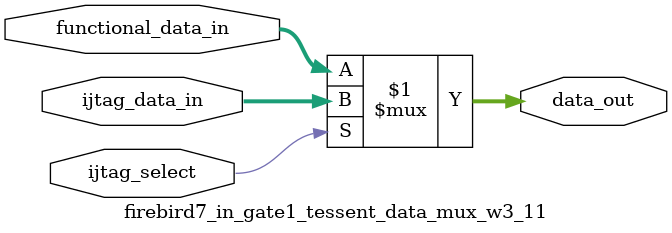
<source format=sv>

module firebird7_in_gate1_tessent_data_mux_w3_11 (
  input wire ijtag_select,
  input wire [2:0]  functional_data_in,
  input wire [2:0]  ijtag_data_in,
  output wire [2:0] data_out
);
assign data_out = (ijtag_select) ? ijtag_data_in : functional_data_in;
endmodule

</source>
